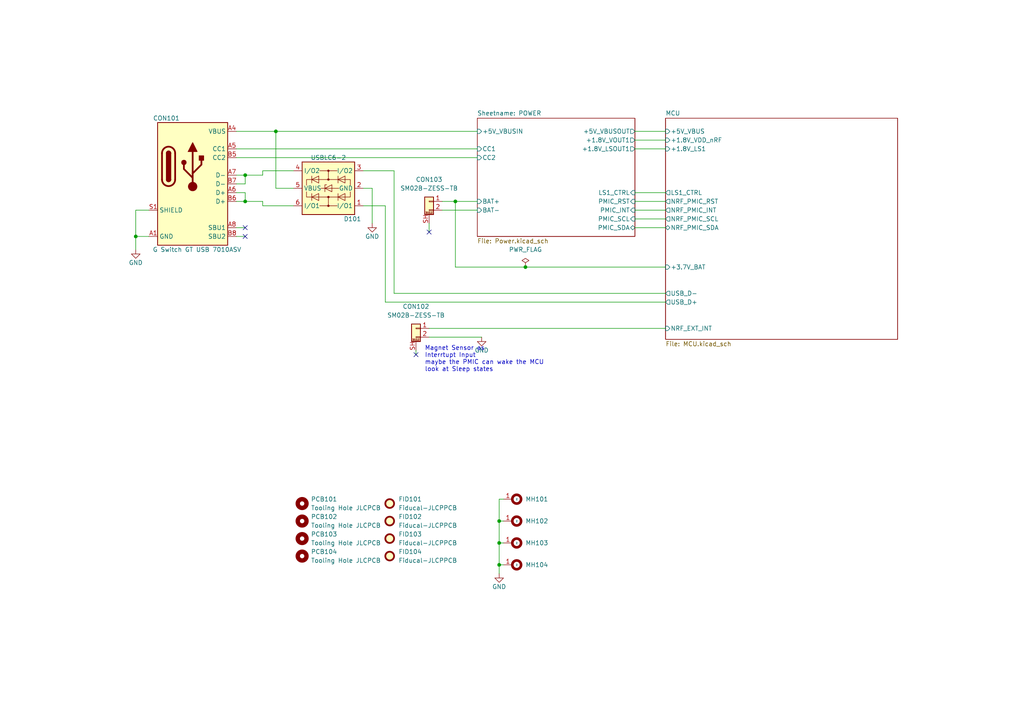
<source format=kicad_sch>
(kicad_sch (version 20250114) (generator "eeschema") (generator_version "9.0")
  (paper "A4")
  (title_block (title "Sensor_Node_Base") (date "2025-04-21") (rev "V2.00"))
  (lib_symbols
    (symbol "CON:CON-SM02B-ZESS-TB" (pin_names (hide yes))
      (property "Reference" "CON" (at 0 1.27 0))
      (property "Value" "SM02B-ZESS-TB" (at 0 0 0))
      (symbol "CON-SM02B-ZESS-TB_1_1"
        (rectangle (start -1.27 0) (end 1.27 -5.08) (stroke (width 0.254)) (fill (type background)))
        (rectangle (start -1.27 -1.143) (end 0 -1.397) (stroke (width 0.1524)))
        (rectangle (start -1.27 -3.683) (end 0 -3.937) (stroke (width 0.1524)))
        (polyline (pts (xy -1.016 -4.826) (xy 1.016 -4.826)) (stroke (width 0.1524)))
        (text "SHIELD" (at 0 -4.445 0) (effects (font (size 0.381 0.381))))
        (pin passive line (at -3.81 -1.27 0) (length 2.54) (name "Pin_1") (number "1"))
        (pin passive line (at -3.81 -3.81 0) (length 2.54) (name "Pin_2") (number "2"))
        (pin passive line (at 0 -7.62 90) (length 2.54) (name "MountPin") (number "SH"))
      )
    )
    (symbol "CON:CON-USB-C-G_Switch_GT_USB_7010ASV"
      (property "Reference" "CON" (at -7.62 1.27 0))
      (property "Value" "G Switch GT USB 7010ASV" (at 1.27 -36.83 0))
      (symbol "CON-USB-C-G_Switch_GT_USB_7010ASV_0_1"
        (rectangle (start -10.16 0) (end 10.16 -35.56) (stroke (width 0.254)) (fill (type background)))
        (polyline (pts (xy -8.89 -16.51) (xy -8.89 -8.89)) (stroke (width 0.508)))
        (rectangle (start -7.62 -8.89) (end -6.35 -16.51) (stroke (width 0.254)) (fill (type outline)))
        (arc (start -7.62 -8.89) (mid -6.985 -8.2577) (end -6.35 -8.89) (stroke (width 0.254)))
        (arc (start -7.62 -8.89) (mid -6.985 -8.2577) (end -6.35 -8.89) (stroke (width 0.254)) (fill (type outline)))
        (arc (start -8.89 -8.89) (mid -6.985 -6.9933) (end -5.08 -8.89) (stroke (width 0.508)))
        (arc (start -5.08 -16.51) (mid -6.985 -18.4067) (end -8.89 -16.51) (stroke (width 0.508)))
        (arc (start -6.35 -16.51) (mid -6.985 -17.1423) (end -7.62 -16.51) (stroke (width 0.254)))
        (arc (start -6.35 -16.51) (mid -6.985 -17.1423) (end -7.62 -16.51) (stroke (width 0.254)) (fill (type outline)))
        (polyline (pts (xy -5.08 -8.89) (xy -5.08 -16.51)) (stroke (width 0.508)))
        (circle (center -2.54 -11.557) (radius 0.635) (stroke (width 0.254)) (fill (type outline)))
        (polyline (pts (xy -1.27 -8.382) (xy 0 -5.842) (xy 1.27 -8.382) (xy -1.27 -8.382)) (stroke (width 0.254)) (fill (type outline)))
        (polyline (pts (xy 0 -14.732) (xy 2.54 -12.192) (xy 2.54 -10.922)) (stroke (width 0.508)))
        (polyline (pts (xy 0 -16.002) (xy -2.54 -13.462) (xy -2.54 -12.192)) (stroke (width 0.508)))
        (polyline (pts (xy 0 -18.542) (xy 0 -8.382)) (stroke (width 0.508)))
        (circle (center 0 -18.542) (radius 1.27) (fill (type outline)))
        (rectangle (start 1.905 -10.922) (end 3.175 -9.652) (stroke (width 0.254)) (fill (type outline)))
      )
      (symbol "CON-USB-C-G_Switch_GT_USB_7010ASV_1_1"
        (pin passive line (at -12.7 -25.4 0) (length 2.54) (name "SHIELD") (number "S1"))
        (pin passive line (at -12.7 -33.02 0) (length 2.54) (name "GND") (number "A1"))
        (pin passive line (at -12.7 -33.02 0) (length 2.54) (hide yes) (name "GND") (number "A12"))
        (pin passive line (at -12.7 -33.02 0) (length 2.54) (hide yes) (name "GND") (number "B1"))
        (pin passive line (at -12.7 -33.02 0) (length 2.54) (hide yes) (name "GND") (number "B12"))
        (pin passive line (at 12.7 -2.54 180) (length 2.54) (name "VBUS") (number "A4"))
        (pin passive line (at 12.7 -2.54 180) (length 2.54) (hide yes) (name "VBUS") (number "A9"))
        (pin passive line (at 12.7 -2.54 180) (length 2.54) (hide yes) (name "VBUS") (number "B4"))
        (pin passive line (at 12.7 -2.54 180) (length 2.54) (hide yes) (name "VBUS") (number "B9"))
        (pin bidirectional line (at 12.7 -7.62 180) (length 2.54) (name "CC1") (number "A5"))
        (pin bidirectional line (at 12.7 -10.16 180) (length 2.54) (name "CC2") (number "B5"))
        (pin bidirectional line (at 12.7 -15.24 180) (length 2.54) (name "D-") (number "A7"))
        (pin bidirectional line (at 12.7 -17.78 180) (length 2.54) (name "D-") (number "B7"))
        (pin bidirectional line (at 12.7 -20.32 180) (length 2.54) (name "D+") (number "A6"))
        (pin bidirectional line (at 12.7 -22.86 180) (length 2.54) (name "D+") (number "B6"))
        (pin bidirectional line (at 12.7 -30.48 180) (length 2.54) (name "SBU1") (number "A8"))
        (pin bidirectional line (at 12.7 -33.02 180) (length 2.54) (name "SBU2") (number "B8"))
      )
    )
    (symbol "D_TVS:USBLC6-2SC6"
      (property "Reference" "D" (at -6.985 1.27 0))
      (property "Value" "USBLC6-2" (at 0 -16.51 0))
      (symbol "USBLC6-2SC6_0_1"
        (rectangle (start -7.62 0) (end 7.62 -15.24) (stroke (width 0.254)) (fill (type background)))
        (polyline (pts (xy -6.35 -6.604) (xy -6.35 -5.08) (xy 6.35 -5.08) (xy 6.35 -6.604)))
        (polyline (pts (xy -4.826 -4.064) (xy -4.826 -6.096) (xy -2.794 -5.08) (xy -4.826 -4.064)))
        (polyline (pts (xy -4.826 -11.176) (xy -4.826 -9.144) (xy -2.794 -10.16) (xy -4.826 -11.176)))
        (polyline (pts (xy -3.048 -7.62) (xy 1.27 -7.62)))
        (polyline (pts (xy -2.794 -6.096) (xy -2.794 -4.064)))
        (polyline (pts (xy -2.794 -9.144) (xy -2.794 -11.176)))
        (polyline (pts (xy -1.016 -8.636) (xy -1.016 -6.604) (xy 1.016 -7.62) (xy -1.016 -8.636)))
        (polyline (pts (xy 0 -2.54) (xy -2.54 -2.54)))
        (circle (center 0 -2.54) (radius 0.254) (fill (type outline)))
        (polyline (pts (xy 0 -5.08) (xy 0 -2.54) (xy 2.54 -2.54)))
        (circle (center 0 -5.08) (radius 0.254) (fill (type outline)))
        (polyline (pts (xy 0 -10.16) (xy 0 -12.7) (xy 2.54 -12.7)))
        (circle (center 0 -10.16) (radius 0.254) (fill (type outline)))
        (polyline (pts (xy 0 -12.7) (xy -2.54 -12.7)))
        (circle (center 0 -12.7) (radius 0.254) (fill (type outline)))
        (polyline (pts (xy 1.016 -6.604) (xy 1.016 -6.858) (xy 1.016 -8.636) (xy 0.508 -8.636)))
        (polyline (pts (xy 1.27 -7.62) (xy 2.159 -7.62)))
        (polyline (pts (xy 2.794 -4.064) (xy 2.794 -6.096) (xy 4.826 -5.08) (xy 2.794 -4.064)))
        (polyline (pts (xy 2.794 -11.176) (xy 2.794 -9.144) (xy 4.826 -10.16) (xy 2.794 -11.176)))
        (polyline (pts (xy 4.826 -6.096) (xy 4.826 -4.064)))
        (polyline (pts (xy 4.826 -9.144) (xy 4.826 -11.176)))
        (polyline (pts (xy 6.35 -8.509) (xy 6.35 -10.16) (xy -6.35 -10.16) (xy -6.35 -8.509)))
      )
      (symbol "USBLC6-2SC6_1_1"
        (pin passive line (at -10.16 -2.54 0) (length 2.54) (name "I/O1") (number "1"))
        (pin passive line (at -10.16 -7.62 0) (length 2.54) (name "GND") (number "2"))
        (pin passive line (at -10.16 -12.7 0) (length 2.54) (name "I/O2") (number "3"))
        (pin passive line (at 10.16 -2.54 180) (length 2.54) (name "I/O1") (number "6"))
        (pin passive line (at 10.16 -7.62 180) (length 2.54) (name "VBUS") (number "5"))
        (pin passive line (at 10.16 -12.7 180) (length 2.54) (name "I/O2") (number "4"))
      )
    )
    (symbol "MECH:MH-THT-2.5mm_Pad_Via"
      (property "Reference" "MH" (at 0 3.81 0))
      (symbol "MH-THT-2.5mm_Pad_Via_1_1"
        (circle (center 0 0) (radius 1.27) (stroke (width 0.762)))
        (pin input line (at 0 -3.81 90) (length 2.54) (name "") (number "1"))
      )
    )
    (symbol "PCB:Fiducal-JLCPCB"
      (property "Reference" "FID" (at 3.302 0 0))
      (property "Value" "Fiducal-JLCPPCB" (at 0 4.318 0))
      (symbol "Fiducal-JLCPCB_0_1"
        (circle (center 0 0) (radius 1.27) (stroke (width 0.508)) (fill (type background)))
      )
    )
    (symbol "PCB:ToolingHole-JLCPCB"
      (property "Reference" "PCB" (at 0 3.81 0))
      (property "Value" "Tooling Hole JLCPCB" (at 0 6.35 0))
      (symbol "ToolingHole-JLCPCB_0_1"
        (circle (center 0 0) (radius 1.27) (stroke (width 1.27)))
      )
    )
    (symbol "power:GND" (power) (pin_numbers (hide yes)) (pin_names (offset 0) (hide yes))
      (property "Value" "GND" (at 0 -3.81 0))
      (symbol "GND_0_1"
        (polyline (pts (xy 0 0) (xy 0 -1.27) (xy 1.27 -1.27) (xy 0 -2.54) (xy -1.27 -1.27) (xy 0 -1.27)))
      )
      (symbol "GND_1_1"
        (pin power_in line (at 0 0 270) (length 0) (name "~") (number "1"))
      )
    )
    (symbol "power:PWR_FLAG" (power) (pin_numbers (hide yes)) (pin_names (offset 0) (hide yes))
      (property "Value" "PWR_FLAG" (at 0 3.81 0))
      (symbol "PWR_FLAG_0_0"
        (pin power_out line (at 0 0 90) (length 0) (name "~") (number "1"))
      )
      (symbol "PWR_FLAG_0_1"
        (polyline (pts (xy 0 0) (xy 0 1.27) (xy -1.016 1.905) (xy 0 2.54) (xy 1.016 1.905) (xy 0 1.27)))
      )
    )
  )
  (text "Magnet Sensor as\nInterrtupt Input\nmaybe the PMIC can wake the MCU\nlook at Sleep states" (at 123.19 107.95 0) (effects (font (size 1.27 1.27)) (justify left bottom)))
  (junction (at 80.01 38.1))
  (junction (at 152.4 77.47))
  (junction (at 39.37 68.58))
  (junction (at 71.12 50.8))
  (junction (at 71.12 58.42))
  (junction (at 144.78 163.83))
  (junction (at 144.78 151.13))
  (junction (at 144.78 157.48))
  (junction (at 132.08 58.42))
  (no_connect (at 124.46 67.31))
  (no_connect (at 71.12 66.04))
  (no_connect (at 71.12 68.58))
  (no_connect (at 120.65 102.87))
  (wire (pts (xy 184.15 40.64) (xy 193.04 40.64)))
  (wire (pts (xy 80.01 38.1) (xy 138.43 38.1)))
  (wire (pts (xy 184.15 43.18) (xy 193.04 43.18)))
  (wire (pts (xy 144.78 166.37) (xy 144.78 163.83)))
  (wire (pts (xy 146.05 157.48) (xy 144.78 157.48)))
  (wire (pts (xy 39.37 60.96) (xy 39.37 68.58)))
  (wire (pts (xy 76.2 49.53) (xy 76.2 50.8)))
  (wire (pts (xy 111.76 59.69) (xy 111.76 87.63)))
  (wire (pts (xy 146.05 151.13) (xy 144.78 151.13)))
  (wire (pts (xy 114.3 49.53) (xy 114.3 85.09)))
  (wire (pts (xy 68.58 50.8) (xy 71.12 50.8)))
  (wire (pts (xy 68.58 45.72) (xy 138.43 45.72)))
  (wire (pts (xy 124.46 95.25) (xy 193.04 95.25)))
  (wire (pts (xy 132.08 58.42) (xy 138.43 58.42)))
  (wire (pts (xy 71.12 58.42) (xy 76.2 58.42)))
  (wire (pts (xy 128.27 58.42) (xy 132.08 58.42)))
  (wire (pts (xy 193.04 87.63) (xy 111.76 87.63)))
  (wire (pts (xy 68.58 58.42) (xy 71.12 58.42)))
  (wire (pts (xy 76.2 49.53) (xy 85.09 49.53)))
  (wire (pts (xy 71.12 66.04) (xy 68.58 66.04)))
  (wire (pts (xy 68.58 38.1) (xy 80.01 38.1)))
  (wire (pts (xy 107.95 54.61) (xy 105.41 54.61)))
  (wire (pts (xy 85.09 54.61) (xy 80.01 54.61)))
  (wire (pts (xy 80.01 54.61) (xy 80.01 38.1)))
  (wire (pts (xy 144.78 151.13) (xy 144.78 157.48)))
  (wire (pts (xy 39.37 68.58) (xy 39.37 72.39)))
  (wire (pts (xy 152.4 77.47) (xy 193.04 77.47)))
  (wire (pts (xy 105.41 49.53) (xy 114.3 49.53)))
  (wire (pts (xy 124.46 97.79) (xy 139.7 97.79)))
  (wire (pts (xy 132.08 77.47) (xy 152.4 77.47)))
  (wire (pts (xy 128.27 60.96) (xy 138.43 60.96)))
  (wire (pts (xy 76.2 59.69) (xy 85.09 59.69)))
  (wire (pts (xy 146.05 163.83) (xy 144.78 163.83)))
  (wire (pts (xy 68.58 53.34) (xy 71.12 53.34)))
  (wire (pts (xy 107.95 54.61) (xy 107.95 64.77)))
  (wire (pts (xy 184.15 60.96) (xy 193.04 60.96)))
  (wire (pts (xy 184.15 55.88) (xy 193.04 55.88)))
  (wire (pts (xy 71.12 55.88) (xy 71.12 58.42)))
  (wire (pts (xy 146.05 144.78) (xy 144.78 144.78)))
  (wire (pts (xy 184.15 63.5) (xy 193.04 63.5)))
  (wire (pts (xy 184.15 66.04) (xy 193.04 66.04)))
  (wire (pts (xy 76.2 58.42) (xy 76.2 59.69)))
  (wire (pts (xy 184.15 38.1) (xy 193.04 38.1)))
  (wire (pts (xy 184.15 58.42) (xy 193.04 58.42)))
  (wire (pts (xy 68.58 55.88) (xy 71.12 55.88)))
  (wire (pts (xy 114.3 85.09) (xy 193.04 85.09)))
  (wire (pts (xy 71.12 50.8) (xy 71.12 53.34)))
  (wire (pts (xy 111.76 59.69) (xy 105.41 59.69)))
  (wire (pts (xy 39.37 68.58) (xy 43.18 68.58)))
  (wire (pts (xy 39.37 60.96) (xy 43.18 60.96)))
  (wire (pts (xy 144.78 163.83) (xy 144.78 157.48)))
  (wire (pts (xy 68.58 43.18) (xy 138.43 43.18)))
  (wire (pts (xy 71.12 68.58) (xy 68.58 68.58)))
  (wire (pts (xy 120.65 102.87) (xy 120.65 101.6)))
  (wire (pts (xy 144.78 144.78) (xy 144.78 151.13)))
  (wire (pts (xy 124.46 67.31) (xy 124.46 64.77)))
  (wire (pts (xy 76.2 50.8) (xy 71.12 50.8)))
  (wire (pts (xy 132.08 77.47) (xy 132.08 58.42)))
  (symbol (lib_id "PCB:Fiducal-JLCPCB") (at 113.03 161.29 0) (unit 1)
    (property "Reference" "FID104" (at 115.57 160.0199 0) (effects (justify left)))
    (property "Value" "Fiducal-JLCPPCB" (at 115.57 162.5599 0) (effects (justify left)))
    (property "Footprint" "PCB:PCB-FID-JLCPCB" (effects (hide yes)))
  )
  (symbol (lib_id "CON:CON-SM02B-ZESS-TB") (at 124.46 57.15 0) (mirror y) (unit 1)
    (property "Reference" "CON103" (at 124.46 52.07 0))
    (property "Value" "SM02B-ZESS-TB" (at 124.46 54.61 0))
    (property "Footprint" "CON:CON-SM02B-ZESS_TB" (effects (hide yes)))
    (property "Datasheet" "${KICAD_DATASHEET}/JST_CON_ZE.pdf" (effects (hide yes)))
    (property "Description" "2-Pin JST ZE Connector, max. 2A" (effects (hide yes)))
  )
  (symbol (lib_id "MECH:MH-THT-2.5mm_Pad_Via") (at 149.86 157.48 270) (unit 1)
    (property "Reference" "MH103" (at 152.4 157.4799 90) (effects (justify left)))
    (property "Value" "~" (at 149.86 157.48 0))
    (property "Footprint" "MountingHole:MountingHole_2.5mm_Pad_Via" (effects (hide yes)))
  )
  (symbol (lib_id "MECH:MH-THT-2.5mm_Pad_Via") (at 149.86 163.83 270) (unit 1)
    (property "Reference" "MH104" (at 152.4 163.8299 90) (effects (justify left)))
    (property "Value" "~" (at 149.86 163.83 0))
    (property "Footprint" "MountingHole:MountingHole_2.5mm_Pad_Via" (effects (hide yes)))
  )
  (symbol (lib_id "PCB:Fiducal-JLCPCB") (at 113.03 151.13 0) (unit 1)
    (property "Reference" "FID102" (at 115.57 149.8599 0) (effects (justify left)))
    (property "Value" "Fiducal-JLCPPCB" (at 115.57 152.3999 0) (effects (justify left)))
    (property "Footprint" "PCB:PCB-FID-JLCPCB" (effects (hide yes)))
  )
  (symbol (lib_id "PCB:ToolingHole-JLCPCB") (at 87.63 161.29 0) (unit 1)
    (property "Reference" "PCB104" (at 90.17 160.0199 0) (effects (justify left)))
    (property "Value" "Tooling Hole JLCPCB" (at 90.17 162.5599 0) (effects (justify left)))
    (property "Footprint" "PCB:PCB-NPTH-JLCPCB" (effects (hide yes)))
  )
  (symbol (lib_id "power:GND") (at 39.37 72.39 0) (unit 1)
    (property "Reference" "#PWR101" (effects (hide yes)))
    (property "Value" "GND" (at 39.37 76.2 0))
    (property "Description" "Power symbol creates a global label with name \"GND\" , ground" (effects (hide yes)))
  )
  (symbol (lib_id "power:GND") (at 139.7 97.79 0) (unit 1)
    (property "Reference" "#PWR103" (effects (hide yes)))
    (property "Value" "GND" (at 139.7 101.6 0))
    (property "Description" "Power symbol creates a global label with name \"GND\" , ground" (effects (hide yes)))
  )
  (symbol (lib_id "D_TVS:USBLC6-2SC6") (at 95.25 62.23 180) (unit 1)
    (property "Reference" "D101" (at 102.235 63.5 0))
    (property "Value" "USBLC6-2" (at 95.25 45.72 0))
    (property "Footprint" "Package_TO_SOT_SMD:SOT-23-6" (effects (hide yes)))
    (property "Datasheet" "${KICAD_DATASHEET}/usblc6-2.pdf" (effects (hide yes)))
    (property "Description" "ESD-Entstörer/TVS-Dioden ESD Protection Low Cap, Unidirectional" (effects (hide yes)))
    (property "LCSC Part #" "C7519" (effects (hide yes)))
  )
  (symbol (lib_id "power:GND") (at 107.95 64.77 0) (unit 1)
    (property "Reference" "#PWR102" (effects (hide yes)))
    (property "Value" "GND" (at 107.95 68.58 0))
    (property "Description" "Power symbol creates a global label with name \"GND\" , ground" (effects (hide yes)))
  )
  (symbol (lib_id "PCB:ToolingHole-JLCPCB") (at 87.63 156.21 0) (unit 1)
    (property "Reference" "PCB103" (at 90.17 154.9399 0) (effects (justify left)))
    (property "Value" "Tooling Hole JLCPCB" (at 90.17 157.4799 0) (effects (justify left)))
    (property "Footprint" "PCB:PCB-NPTH-JLCPCB" (effects (hide yes)))
  )
  (symbol (lib_id "PCB:ToolingHole-JLCPCB") (at 87.63 151.13 0) (unit 1)
    (property "Reference" "PCB102" (at 90.17 149.8599 0) (effects (justify left)))
    (property "Value" "Tooling Hole JLCPCB" (at 90.17 152.3999 0) (effects (justify left)))
    (property "Footprint" "PCB:PCB-NPTH-JLCPCB" (effects (hide yes)))
  )
  (symbol (lib_id "PCB:Fiducal-JLCPCB") (at 113.03 156.21 0) (unit 1)
    (property "Reference" "FID103" (at 115.57 154.9399 0) (effects (justify left)))
    (property "Value" "Fiducal-JLCPPCB" (at 115.57 157.4799 0) (effects (justify left)))
    (property "Footprint" "PCB:PCB-FID-JLCPCB" (effects (hide yes)))
  )
  (symbol (lib_id "power:PWR_FLAG") (at 152.4 77.47 0) (unit 1)
    (property "Reference" "#FLG101" (effects (hide yes)))
    (property "Value" "PWR_FLAG" (at 152.4 72.39 0))
    (property "Description" "Special symbol for telling ERC where power comes from" (effects (hide yes)))
  )
  (symbol (lib_id "power:GND") (at 144.78 166.37 0) (unit 1)
    (property "Reference" "#PWR104" (effects (hide yes)))
    (property "Value" "GND" (at 144.78 170.18 0))
    (property "Description" "Power symbol creates a global label with name \"GND\" , ground" (effects (hide yes)))
  )
  (symbol (lib_id "MECH:MH-THT-2.5mm_Pad_Via") (at 149.86 144.78 270) (unit 1)
    (property "Reference" "MH101" (at 152.4 144.7799 90) (effects (justify left)))
    (property "Value" "~" (at 149.86 144.78 0))
    (property "Footprint" "MountingHole:MountingHole_2.5mm_Pad_Via" (effects (hide yes)))
  )
  (symbol (lib_id "PCB:ToolingHole-JLCPCB") (at 87.63 146.05 0) (unit 1)
    (property "Reference" "PCB101" (at 90.17 144.7799 0) (effects (justify left)))
    (property "Value" "Tooling Hole JLCPCB" (at 90.17 147.3199 0) (effects (justify left)))
    (property "Footprint" "PCB:PCB-NPTH-JLCPCB" (effects (hide yes)))
  )
  (symbol (lib_id "MECH:MH-THT-2.5mm_Pad_Via") (at 149.86 151.13 270) (unit 1)
    (property "Reference" "MH102" (at 152.4 151.1299 90) (effects (justify left)))
    (property "Value" "~" (at 149.86 151.13 0))
    (property "Footprint" "MountingHole:MountingHole_2.5mm_Pad_Via" (effects (hide yes)))
  )
  (symbol (lib_id "CON:CON-USB-C-G_Switch_GT_USB_7010ASV") (at 55.88 35.56 0) (unit 1)
    (property "Reference" "CON101" (at 48.26 34.29 0))
    (property "Value" "G Switch GT USB 7010ASV" (at 57.15 72.39 0))
    (property "Footprint" "CON:CON-GEN-USB_C-16P" (effects (hide yes)))
    (property "Datasheet" "${KICAD_DATASHEET}/G-Switch-GT-USB-7010ASV.pdf" (effects (hide yes)))
    (property "LCSC Part #" "C2988369" (effects (hide yes)))
  )
  (symbol (lib_id "PCB:Fiducal-JLCPCB") (at 113.03 146.05 0) (unit 1)
    (property "Reference" "FID101" (at 115.57 144.7799 0) (effects (justify left)))
    (property "Value" "Fiducal-JLCPPCB" (at 115.57 147.3199 0) (effects (justify left)))
    (property "Footprint" "PCB:PCB-FID-JLCPCB" (effects (hide yes)))
  )
  (symbol (lib_id "CON:CON-SM02B-ZESS-TB") (at 120.65 93.98 0) (mirror y) (unit 1)
    (property "Reference" "CON102" (at 120.65 88.9 0))
    (property "Value" "SM02B-ZESS-TB" (at 120.65 91.44 0))
    (property "Footprint" "CON:CON-SM02B-ZESS_TB" (effects (hide yes)))
    (property "Datasheet" "${KICAD_DATASHEET}/JST_CON_ZE.pdf" (effects (hide yes)))
    (property "Description" "2-Pin JST ZE Connector, max. 2A" (effects (hide yes)))
  )
  (sheet (at 138.43 34.29) (size 45.72 34.29) (stroke (width 0.1524))
    (property "Sheetname" "POWER" (at 138.43 33.5784 0) (show_name yes) (effects (justify left bottom)))
    (property "Sheetfile" "Power.kicad_sch" (at 138.43 69.1646 0) (effects (justify left top)))
    (pin "BAT+" input (at 138.43 58.42 180))
    (pin "BAT-" input (at 138.43 60.96 180))
    (pin "CC2" input (at 138.43 45.72 180))
    (pin "CC1" input (at 138.43 43.18 180))
    (pin "PMIC_SCL" input (at 184.15 63.5 0))
    (pin "PMIC_SDA" bidirectional (at 184.15 66.04 0))
    (pin "PMIC_RST" input (at 184.15 58.42 0))
    (pin "PMIC_INT" input (at 184.15 60.96 0))
    (pin "LS1_CTRL" input (at 184.15 55.88 0))
    (pin "+5V_VBUSIN" input (at 138.43 38.1 180))
    (pin "+5V_VBUSOUT" output (at 184.15 38.1 0))
    (pin "+1.8V_VOUT1" output (at 184.15 40.64 0))
    (pin "+1.8V_LSOUT1" output (at 184.15 43.18 0))
  )
  (sheet (at 193.04 34.29) (size 67.31 64.135) (stroke (width 0.1524))
    (property "Sheetname" "MCU" (at 193.04 33.5784 0) (effects (justify left bottom)))
    (property "Sheetfile" "MCU.kicad_sch" (at 193.04 99.0096 0) (effects (justify left top)))
    (pin "NRF_PMIC_INT" output (at 193.04 60.96 180))
    (pin "USB_D-" output (at 193.04 85.09 180))
    (pin "USB_D+" output (at 193.04 87.63 180))
    (pin "NRF_PMIC_RST" output (at 193.04 58.42 180))
    (pin "LS1_CTRL" output (at 193.04 55.88 180))
    (pin "+1.8V_LS1" input (at 193.04 43.18 180))
    (pin "+1.8V_VDD_nRF" input (at 193.04 40.64 180))
    (pin "+5V_VBUS" input (at 193.04 38.1 180))
    (pin "+3.7V_BAT" input (at 193.04 77.47 180))
    (pin "NRF_EXT_INT" input (at 193.04 95.25 180))
    (pin "NRF_PMIC_SCL" output (at 193.04 63.5 180))
    (pin "NRF_PMIC_SDA" bidirectional (at 193.04 66.04 180))
  )
)
</source>
